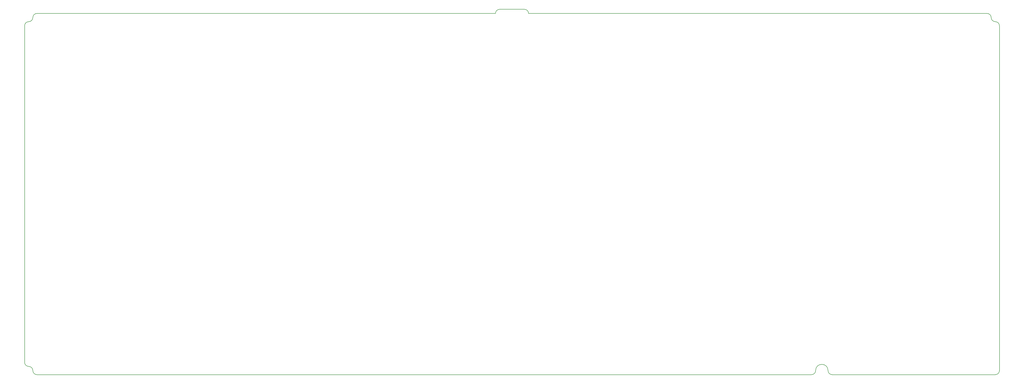
<source format=gm1>
%TF.GenerationSoftware,KiCad,Pcbnew,5.1.9*%
%TF.CreationDate,2021-05-19T15:57:04-04:00*%
%TF.ProjectId,EKS-Mk2,454b532d-4d6b-4322-9e6b-696361645f70,2.1*%
%TF.SameCoordinates,Original*%
%TF.FileFunction,Profile,NP*%
%FSLAX46Y46*%
G04 Gerber Fmt 4.6, Leading zero omitted, Abs format (unit mm)*
G04 Created by KiCad (PCBNEW 5.1.9) date 2021-05-19 15:57:04*
%MOMM*%
%LPD*%
G01*
G04 APERTURE LIST*
%TA.AperFunction,Profile*%
%ADD10C,0.150000*%
%TD*%
G04 APERTURE END LIST*
D10*
X292893750Y-104775000D02*
G75*
G02*
X291306250Y-106362500I-1587500J0D01*
G01*
X299243750Y-106362500D02*
G75*
G02*
X297656250Y-104775000I0J1587500D01*
G01*
X292893750Y-104775000D02*
G75*
G02*
X297656250Y-104775000I2381250J0D01*
G01*
X299243750Y-106362500D02*
X361950000Y-106362500D01*
X363537500Y-104775000D02*
G75*
G02*
X361950000Y-106362500I-1587500J0D01*
G01*
X-9525000Y-103187500D02*
G75*
G02*
X-7937500Y-104775000I0J-1587500D01*
G01*
X-7937500Y30956250D02*
G75*
G02*
X-9525000Y29368750I-1587500J0D01*
G01*
X361950000Y29368750D02*
G75*
G02*
X360362500Y30956250I0J1587500D01*
G01*
X169862500Y32543750D02*
G75*
G02*
X171450000Y34131250I1587500J0D01*
G01*
X-9525000Y-103187500D02*
G75*
G02*
X-11112500Y-101600000I0J1587500D01*
G01*
X-6350000Y-106362500D02*
G75*
G02*
X-7937500Y-104775000I0J1587500D01*
G01*
X361950000Y29368750D02*
G75*
G02*
X363537500Y27781250I0J-1587500D01*
G01*
X358775000Y32543750D02*
G75*
G02*
X360362500Y30956250I0J-1587500D01*
G01*
X-11112500Y27781250D02*
G75*
G02*
X-9525000Y29368750I1587500J0D01*
G01*
X-7937500Y30956250D02*
G75*
G02*
X-6350000Y32543750I1587500J0D01*
G01*
X180975000Y34131250D02*
G75*
G02*
X182562500Y32543750I0J-1587500D01*
G01*
X182562500Y32543750D02*
X358775000Y32543750D01*
X171450000Y34131250D02*
X180975000Y34131250D01*
X-11112500Y-101600000D02*
X-11112500Y27781250D01*
X363537500Y-104775000D02*
X363537500Y27781250D01*
X-6350000Y-106362500D02*
X291306250Y-106362500D01*
X-6350000Y32543750D02*
X169862500Y32543750D01*
M02*

</source>
